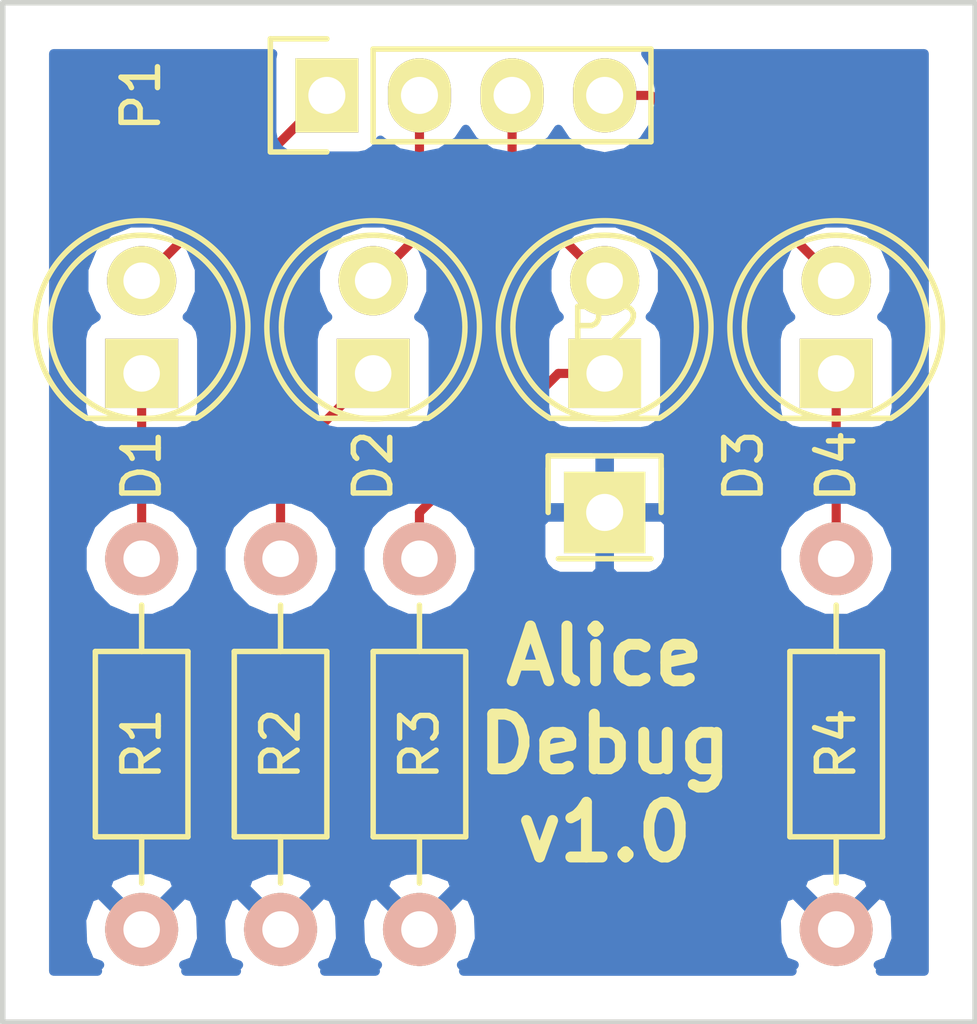
<source format=kicad_pcb>
(kicad_pcb (version 4) (host pcbnew 4.0.0-stable)

  (general
    (links 12)
    (no_connects 0)
    (area 0 0 0 0)
    (thickness 1.6)
    (drawings 5)
    (tracks 14)
    (zones 0)
    (modules 10)
    (nets 10)
  )

  (page A4)
  (layers
    (0 F.Cu signal)
    (31 B.Cu signal)
    (32 B.Adhes user)
    (33 F.Adhes user)
    (34 B.Paste user)
    (35 F.Paste user)
    (36 B.SilkS user)
    (37 F.SilkS user)
    (38 B.Mask user)
    (39 F.Mask user)
    (40 Dwgs.User user)
    (41 Cmts.User user)
    (42 Eco1.User user)
    (43 Eco2.User user)
    (44 Edge.Cuts user)
    (45 Margin user)
    (46 B.CrtYd user)
    (47 F.CrtYd user)
    (48 B.Fab user)
    (49 F.Fab user)
  )

  (setup
    (last_trace_width 0.25)
    (trace_clearance 0.2)
    (zone_clearance 0.508)
    (zone_45_only no)
    (trace_min 0.2)
    (segment_width 0.2)
    (edge_width 0.15)
    (via_size 0.6)
    (via_drill 0.4)
    (via_min_size 0.4)
    (via_min_drill 0.3)
    (uvia_size 0.3)
    (uvia_drill 0.1)
    (uvias_allowed no)
    (uvia_min_size 0.2)
    (uvia_min_drill 0.1)
    (pcb_text_width 0.3)
    (pcb_text_size 1.5 1.5)
    (mod_edge_width 0.15)
    (mod_text_size 1 1)
    (mod_text_width 0.15)
    (pad_size 1.524 1.524)
    (pad_drill 0.762)
    (pad_to_mask_clearance 0.2)
    (aux_axis_origin 0 0)
    (visible_elements FFFFFF7F)
    (pcbplotparams
      (layerselection 0x00030_80000001)
      (usegerberextensions false)
      (excludeedgelayer true)
      (linewidth 0.100000)
      (plotframeref false)
      (viasonmask false)
      (mode 1)
      (useauxorigin false)
      (hpglpennumber 1)
      (hpglpenspeed 20)
      (hpglpendiameter 15)
      (hpglpenoverlay 2)
      (psnegative false)
      (psa4output false)
      (plotreference true)
      (plotvalue true)
      (plotinvisibletext false)
      (padsonsilk false)
      (subtractmaskfromsilk false)
      (outputformat 1)
      (mirror false)
      (drillshape 1)
      (scaleselection 1)
      (outputdirectory ""))
  )

  (net 0 "")
  (net 1 "Net-(D1-Pad1)")
  (net 2 "Net-(D1-Pad2)")
  (net 3 "Net-(D2-Pad1)")
  (net 4 "Net-(D2-Pad2)")
  (net 5 "Net-(D3-Pad1)")
  (net 6 "Net-(D3-Pad2)")
  (net 7 "Net-(D4-Pad1)")
  (net 8 "Net-(D4-Pad2)")
  (net 9 GND)

  (net_class Default "This is the default net class."
    (clearance 0.2)
    (trace_width 0.25)
    (via_dia 0.6)
    (via_drill 0.4)
    (uvia_dia 0.3)
    (uvia_drill 0.1)
    (add_net GND)
    (add_net "Net-(D1-Pad1)")
    (add_net "Net-(D1-Pad2)")
    (add_net "Net-(D2-Pad1)")
    (add_net "Net-(D2-Pad2)")
    (add_net "Net-(D3-Pad1)")
    (add_net "Net-(D3-Pad2)")
    (add_net "Net-(D4-Pad1)")
    (add_net "Net-(D4-Pad2)")
  )

  (module LEDs:LED-5MM (layer F.Cu) (tedit 56849F2E) (tstamp 56833661)
    (at 138.43 97.79 90)
    (descr "LED 5mm round vertical")
    (tags "LED 5mm round vertical")
    (path /56832E3C)
    (fp_text reference D1 (at -2.54 0 90) (layer F.SilkS)
      (effects (font (size 1 1) (thickness 0.15)))
    )
    (fp_text value LED (at 1.524 -3.937 90) (layer F.Fab) hide
      (effects (font (size 1 1) (thickness 0.15)))
    )
    (fp_line (start -1.5 -1.55) (end -1.5 1.55) (layer F.CrtYd) (width 0.05))
    (fp_arc (start 1.3 0) (end -1.5 1.55) (angle -302) (layer F.CrtYd) (width 0.05))
    (fp_arc (start 1.27 0) (end -1.23 -1.5) (angle 297.5) (layer F.SilkS) (width 0.15))
    (fp_line (start -1.23 1.5) (end -1.23 -1.5) (layer F.SilkS) (width 0.15))
    (fp_circle (center 1.27 0) (end 0.97 -2.5) (layer F.SilkS) (width 0.15))
    (pad 1 thru_hole rect (at 0 0 180) (size 2 1.9) (drill 1.00076) (layers *.Cu *.Mask F.SilkS)
      (net 1 "Net-(D1-Pad1)"))
    (pad 2 thru_hole circle (at 2.54 0 90) (size 1.9 1.9) (drill 1.00076) (layers *.Cu *.Mask F.SilkS)
      (net 2 "Net-(D1-Pad2)"))
    (model LEDs.3dshapes/LED-5MM.wrl
      (at (xyz 0.05 0 0))
      (scale (xyz 1 1 1))
      (rotate (xyz 0 0 90))
    )
  )

  (module LEDs:LED-5MM (layer F.Cu) (tedit 56849F3D) (tstamp 56833667)
    (at 144.78 97.79 90)
    (descr "LED 5mm round vertical")
    (tags "LED 5mm round vertical")
    (path /56832E7F)
    (fp_text reference D2 (at -2.54 0 90) (layer F.SilkS)
      (effects (font (size 1 1) (thickness 0.15)))
    )
    (fp_text value LED (at 1.524 -3.937 90) (layer F.Fab) hide
      (effects (font (size 1 1) (thickness 0.15)))
    )
    (fp_line (start -1.5 -1.55) (end -1.5 1.55) (layer F.CrtYd) (width 0.05))
    (fp_arc (start 1.3 0) (end -1.5 1.55) (angle -302) (layer F.CrtYd) (width 0.05))
    (fp_arc (start 1.27 0) (end -1.23 -1.5) (angle 297.5) (layer F.SilkS) (width 0.15))
    (fp_line (start -1.23 1.5) (end -1.23 -1.5) (layer F.SilkS) (width 0.15))
    (fp_circle (center 1.27 0) (end 0.97 -2.5) (layer F.SilkS) (width 0.15))
    (pad 1 thru_hole rect (at 0 0 180) (size 2 1.9) (drill 1.00076) (layers *.Cu *.Mask F.SilkS)
      (net 3 "Net-(D2-Pad1)"))
    (pad 2 thru_hole circle (at 2.54 0 90) (size 1.9 1.9) (drill 1.00076) (layers *.Cu *.Mask F.SilkS)
      (net 4 "Net-(D2-Pad2)"))
    (model LEDs.3dshapes/LED-5MM.wrl
      (at (xyz 0.05 0 0))
      (scale (xyz 1 1 1))
      (rotate (xyz 0 0 90))
    )
  )

  (module LEDs:LED-5MM (layer F.Cu) (tedit 56849F42) (tstamp 5683366D)
    (at 151.13 97.79 90)
    (descr "LED 5mm round vertical")
    (tags "LED 5mm round vertical")
    (path /56832EA8)
    (fp_text reference D3 (at -2.54 3.81 90) (layer F.SilkS)
      (effects (font (size 1 1) (thickness 0.15)))
    )
    (fp_text value LED (at 1.524 -3.937 90) (layer F.Fab) hide
      (effects (font (size 1 1) (thickness 0.15)))
    )
    (fp_line (start -1.5 -1.55) (end -1.5 1.55) (layer F.CrtYd) (width 0.05))
    (fp_arc (start 1.3 0) (end -1.5 1.55) (angle -302) (layer F.CrtYd) (width 0.05))
    (fp_arc (start 1.27 0) (end -1.23 -1.5) (angle 297.5) (layer F.SilkS) (width 0.15))
    (fp_line (start -1.23 1.5) (end -1.23 -1.5) (layer F.SilkS) (width 0.15))
    (fp_circle (center 1.27 0) (end 0.97 -2.5) (layer F.SilkS) (width 0.15))
    (pad 1 thru_hole rect (at 0 0 180) (size 2 1.9) (drill 1.00076) (layers *.Cu *.Mask F.SilkS)
      (net 5 "Net-(D3-Pad1)"))
    (pad 2 thru_hole circle (at 2.54 0 90) (size 1.9 1.9) (drill 1.00076) (layers *.Cu *.Mask F.SilkS)
      (net 6 "Net-(D3-Pad2)"))
    (model LEDs.3dshapes/LED-5MM.wrl
      (at (xyz 0.05 0 0))
      (scale (xyz 1 1 1))
      (rotate (xyz 0 0 90))
    )
  )

  (module LEDs:LED-5MM (layer F.Cu) (tedit 56849F62) (tstamp 56833673)
    (at 157.48 97.79 90)
    (descr "LED 5mm round vertical")
    (tags "LED 5mm round vertical")
    (path /56832ED1)
    (fp_text reference D4 (at -2.54 0 90) (layer F.SilkS)
      (effects (font (size 1 1) (thickness 0.15)))
    )
    (fp_text value LED (at 1.524 -3.937 90) (layer F.Fab) hide
      (effects (font (size 1 1) (thickness 0.15)))
    )
    (fp_line (start -1.5 -1.55) (end -1.5 1.55) (layer F.CrtYd) (width 0.05))
    (fp_arc (start 1.3 0) (end -1.5 1.55) (angle -302) (layer F.CrtYd) (width 0.05))
    (fp_arc (start 1.27 0) (end -1.23 -1.5) (angle 297.5) (layer F.SilkS) (width 0.15))
    (fp_line (start -1.23 1.5) (end -1.23 -1.5) (layer F.SilkS) (width 0.15))
    (fp_circle (center 1.27 0) (end 0.97 -2.5) (layer F.SilkS) (width 0.15))
    (pad 1 thru_hole rect (at 0 0 180) (size 2 1.9) (drill 1.00076) (layers *.Cu *.Mask F.SilkS)
      (net 7 "Net-(D4-Pad1)"))
    (pad 2 thru_hole circle (at 2.54 0 90) (size 1.9 1.9) (drill 1.00076) (layers *.Cu *.Mask F.SilkS)
      (net 8 "Net-(D4-Pad2)"))
    (model LEDs.3dshapes/LED-5MM.wrl
      (at (xyz 0.05 0 0))
      (scale (xyz 1 1 1))
      (rotate (xyz 0 0 90))
    )
  )

  (module Pin_Headers:Pin_Header_Straight_1x04 (layer F.Cu) (tedit 56849F32) (tstamp 5683367B)
    (at 143.51 90.17 90)
    (descr "Through hole pin header")
    (tags "pin header")
    (path /56832F7A)
    (fp_text reference P1 (at 0 -5.1 90) (layer F.SilkS)
      (effects (font (size 1 1) (thickness 0.15)))
    )
    (fp_text value CONN_01X04 (at 0 -3.1 90) (layer F.Fab) hide
      (effects (font (size 1 1) (thickness 0.15)))
    )
    (fp_line (start -1.75 -1.75) (end -1.75 9.4) (layer F.CrtYd) (width 0.05))
    (fp_line (start 1.75 -1.75) (end 1.75 9.4) (layer F.CrtYd) (width 0.05))
    (fp_line (start -1.75 -1.75) (end 1.75 -1.75) (layer F.CrtYd) (width 0.05))
    (fp_line (start -1.75 9.4) (end 1.75 9.4) (layer F.CrtYd) (width 0.05))
    (fp_line (start -1.27 1.27) (end -1.27 8.89) (layer F.SilkS) (width 0.15))
    (fp_line (start 1.27 1.27) (end 1.27 8.89) (layer F.SilkS) (width 0.15))
    (fp_line (start 1.55 -1.55) (end 1.55 0) (layer F.SilkS) (width 0.15))
    (fp_line (start -1.27 8.89) (end 1.27 8.89) (layer F.SilkS) (width 0.15))
    (fp_line (start 1.27 1.27) (end -1.27 1.27) (layer F.SilkS) (width 0.15))
    (fp_line (start -1.55 0) (end -1.55 -1.55) (layer F.SilkS) (width 0.15))
    (fp_line (start -1.55 -1.55) (end 1.55 -1.55) (layer F.SilkS) (width 0.15))
    (pad 1 thru_hole rect (at 0 0 90) (size 2.032 1.7272) (drill 1.016) (layers *.Cu *.Mask F.SilkS)
      (net 2 "Net-(D1-Pad2)"))
    (pad 2 thru_hole oval (at 0 2.54 90) (size 2.032 1.7272) (drill 1.016) (layers *.Cu *.Mask F.SilkS)
      (net 4 "Net-(D2-Pad2)"))
    (pad 3 thru_hole oval (at 0 5.08 90) (size 2.032 1.7272) (drill 1.016) (layers *.Cu *.Mask F.SilkS)
      (net 6 "Net-(D3-Pad2)"))
    (pad 4 thru_hole oval (at 0 7.62 90) (size 2.032 1.7272) (drill 1.016) (layers *.Cu *.Mask F.SilkS)
      (net 8 "Net-(D4-Pad2)"))
    (model Pin_Headers.3dshapes/Pin_Header_Straight_1x04.wrl
      (at (xyz 0 -0.15 0))
      (scale (xyz 1 1 1))
      (rotate (xyz 0 0 90))
    )
  )

  (module Pin_Headers:Pin_Header_Straight_1x01 (layer F.Cu) (tedit 56849F38) (tstamp 56833680)
    (at 151.13 101.6)
    (descr "Through hole pin header")
    (tags "pin header")
    (path /5683305D)
    (fp_text reference P2 (at 0 -5.1) (layer F.SilkS)
      (effects (font (size 1 1) (thickness 0.15)))
    )
    (fp_text value CONN_01X01 (at 0 -3.1) (layer F.Fab) hide
      (effects (font (size 1 1) (thickness 0.15)))
    )
    (fp_line (start 1.55 -1.55) (end 1.55 0) (layer F.SilkS) (width 0.15))
    (fp_line (start -1.75 -1.75) (end -1.75 1.75) (layer F.CrtYd) (width 0.05))
    (fp_line (start 1.75 -1.75) (end 1.75 1.75) (layer F.CrtYd) (width 0.05))
    (fp_line (start -1.75 -1.75) (end 1.75 -1.75) (layer F.CrtYd) (width 0.05))
    (fp_line (start -1.75 1.75) (end 1.75 1.75) (layer F.CrtYd) (width 0.05))
    (fp_line (start -1.55 0) (end -1.55 -1.55) (layer F.SilkS) (width 0.15))
    (fp_line (start -1.55 -1.55) (end 1.55 -1.55) (layer F.SilkS) (width 0.15))
    (fp_line (start -1.27 1.27) (end 1.27 1.27) (layer F.SilkS) (width 0.15))
    (pad 1 thru_hole rect (at 0 0) (size 2.2352 2.2352) (drill 1.016) (layers *.Cu *.Mask F.SilkS)
      (net 9 GND))
    (model Pin_Headers.3dshapes/Pin_Header_Straight_1x01.wrl
      (at (xyz 0 0 0))
      (scale (xyz 1 1 1))
      (rotate (xyz 0 0 90))
    )
  )

  (module Resistors_ThroughHole:Resistor_Horizontal_RM10mm (layer F.Cu) (tedit 56849F75) (tstamp 56833686)
    (at 138.43 107.95 270)
    (descr "Resistor, Axial,  RM 10mm, 1/3W,")
    (tags "Resistor, Axial, RM 10mm, 1/3W,")
    (path /56832BD7)
    (fp_text reference R1 (at 0 0 270) (layer F.SilkS)
      (effects (font (size 1 1) (thickness 0.15)))
    )
    (fp_text value 220 (at 3.81 3.81 270) (layer F.Fab) hide
      (effects (font (size 1 1) (thickness 0.15)))
    )
    (fp_line (start -2.54 -1.27) (end 2.54 -1.27) (layer F.SilkS) (width 0.15))
    (fp_line (start 2.54 -1.27) (end 2.54 1.27) (layer F.SilkS) (width 0.15))
    (fp_line (start 2.54 1.27) (end -2.54 1.27) (layer F.SilkS) (width 0.15))
    (fp_line (start -2.54 1.27) (end -2.54 -1.27) (layer F.SilkS) (width 0.15))
    (fp_line (start -2.54 0) (end -3.81 0) (layer F.SilkS) (width 0.15))
    (fp_line (start 2.54 0) (end 3.81 0) (layer F.SilkS) (width 0.15))
    (pad 1 thru_hole circle (at -5.08 0 270) (size 1.99898 1.99898) (drill 1.00076) (layers *.Cu *.SilkS *.Mask)
      (net 1 "Net-(D1-Pad1)"))
    (pad 2 thru_hole circle (at 5.08 0 270) (size 1.99898 1.99898) (drill 1.00076) (layers *.Cu *.SilkS *.Mask)
      (net 9 GND))
    (model Resistors_ThroughHole.3dshapes/Resistor_Horizontal_RM10mm.wrl
      (at (xyz 0 0 0))
      (scale (xyz 0.4 0.4 0.4))
      (rotate (xyz 0 0 0))
    )
  )

  (module Resistors_ThroughHole:Resistor_Horizontal_RM10mm (layer F.Cu) (tedit 56849F71) (tstamp 5683368C)
    (at 142.24 107.95 270)
    (descr "Resistor, Axial,  RM 10mm, 1/3W,")
    (tags "Resistor, Axial, RM 10mm, 1/3W,")
    (path /56832DAF)
    (fp_text reference R2 (at 0 0 270) (layer F.SilkS)
      (effects (font (size 1 1) (thickness 0.15)))
    )
    (fp_text value 220 (at 3.81 3.81 270) (layer F.Fab) hide
      (effects (font (size 1 1) (thickness 0.15)))
    )
    (fp_line (start -2.54 -1.27) (end 2.54 -1.27) (layer F.SilkS) (width 0.15))
    (fp_line (start 2.54 -1.27) (end 2.54 1.27) (layer F.SilkS) (width 0.15))
    (fp_line (start 2.54 1.27) (end -2.54 1.27) (layer F.SilkS) (width 0.15))
    (fp_line (start -2.54 1.27) (end -2.54 -1.27) (layer F.SilkS) (width 0.15))
    (fp_line (start -2.54 0) (end -3.81 0) (layer F.SilkS) (width 0.15))
    (fp_line (start 2.54 0) (end 3.81 0) (layer F.SilkS) (width 0.15))
    (pad 1 thru_hole circle (at -5.08 0 270) (size 1.99898 1.99898) (drill 1.00076) (layers *.Cu *.SilkS *.Mask)
      (net 3 "Net-(D2-Pad1)"))
    (pad 2 thru_hole circle (at 5.08 0 270) (size 1.99898 1.99898) (drill 1.00076) (layers *.Cu *.SilkS *.Mask)
      (net 9 GND))
    (model Resistors_ThroughHole.3dshapes/Resistor_Horizontal_RM10mm.wrl
      (at (xyz 0 0 0))
      (scale (xyz 0.4 0.4 0.4))
      (rotate (xyz 0 0 0))
    )
  )

  (module Resistors_ThroughHole:Resistor_Horizontal_RM10mm (layer F.Cu) (tedit 56849F6D) (tstamp 56833692)
    (at 146.05 107.95 270)
    (descr "Resistor, Axial,  RM 10mm, 1/3W,")
    (tags "Resistor, Axial, RM 10mm, 1/3W,")
    (path /56832DC7)
    (fp_text reference R3 (at 0 0 270) (layer F.SilkS)
      (effects (font (size 1 1) (thickness 0.15)))
    )
    (fp_text value 220 (at 3.81 3.81 270) (layer F.Fab) hide
      (effects (font (size 1 1) (thickness 0.15)))
    )
    (fp_line (start -2.54 -1.27) (end 2.54 -1.27) (layer F.SilkS) (width 0.15))
    (fp_line (start 2.54 -1.27) (end 2.54 1.27) (layer F.SilkS) (width 0.15))
    (fp_line (start 2.54 1.27) (end -2.54 1.27) (layer F.SilkS) (width 0.15))
    (fp_line (start -2.54 1.27) (end -2.54 -1.27) (layer F.SilkS) (width 0.15))
    (fp_line (start -2.54 0) (end -3.81 0) (layer F.SilkS) (width 0.15))
    (fp_line (start 2.54 0) (end 3.81 0) (layer F.SilkS) (width 0.15))
    (pad 1 thru_hole circle (at -5.08 0 270) (size 1.99898 1.99898) (drill 1.00076) (layers *.Cu *.SilkS *.Mask)
      (net 5 "Net-(D3-Pad1)"))
    (pad 2 thru_hole circle (at 5.08 0 270) (size 1.99898 1.99898) (drill 1.00076) (layers *.Cu *.SilkS *.Mask)
      (net 9 GND))
    (model Resistors_ThroughHole.3dshapes/Resistor_Horizontal_RM10mm.wrl
      (at (xyz 0 0 0))
      (scale (xyz 0.4 0.4 0.4))
      (rotate (xyz 0 0 0))
    )
  )

  (module Resistors_ThroughHole:Resistor_Horizontal_RM10mm (layer F.Cu) (tedit 56849F69) (tstamp 56833698)
    (at 157.48 107.95 270)
    (descr "Resistor, Axial,  RM 10mm, 1/3W,")
    (tags "Resistor, Axial, RM 10mm, 1/3W,")
    (path /56832DE4)
    (fp_text reference R4 (at 0 0 270) (layer F.SilkS)
      (effects (font (size 1 1) (thickness 0.15)))
    )
    (fp_text value 220 (at 3.81 3.81 270) (layer F.Fab) hide
      (effects (font (size 1 1) (thickness 0.15)))
    )
    (fp_line (start -2.54 -1.27) (end 2.54 -1.27) (layer F.SilkS) (width 0.15))
    (fp_line (start 2.54 -1.27) (end 2.54 1.27) (layer F.SilkS) (width 0.15))
    (fp_line (start 2.54 1.27) (end -2.54 1.27) (layer F.SilkS) (width 0.15))
    (fp_line (start -2.54 1.27) (end -2.54 -1.27) (layer F.SilkS) (width 0.15))
    (fp_line (start -2.54 0) (end -3.81 0) (layer F.SilkS) (width 0.15))
    (fp_line (start 2.54 0) (end 3.81 0) (layer F.SilkS) (width 0.15))
    (pad 1 thru_hole circle (at -5.08 0 270) (size 1.99898 1.99898) (drill 1.00076) (layers *.Cu *.SilkS *.Mask)
      (net 7 "Net-(D4-Pad1)"))
    (pad 2 thru_hole circle (at 5.08 0 270) (size 1.99898 1.99898) (drill 1.00076) (layers *.Cu *.SilkS *.Mask)
      (net 9 GND))
    (model Resistors_ThroughHole.3dshapes/Resistor_Horizontal_RM10mm.wrl
      (at (xyz 0 0 0))
      (scale (xyz 0.4 0.4 0.4))
      (rotate (xyz 0 0 0))
    )
  )

  (gr_text "Alice\nDebug\nv1.0" (at 151.13 107.95) (layer F.SilkS)
    (effects (font (size 1.5 1.5) (thickness 0.3)))
  )
  (gr_line (start 134.62 115.57) (end 134.62 87.63) (angle 90) (layer Edge.Cuts) (width 0.15))
  (gr_line (start 161.29 115.57) (end 134.62 115.57) (angle 90) (layer Edge.Cuts) (width 0.15))
  (gr_line (start 161.29 87.63) (end 161.29 115.57) (angle 90) (layer Edge.Cuts) (width 0.15))
  (gr_line (start 134.62 87.63) (end 161.29 87.63) (angle 90) (layer Edge.Cuts) (width 0.15))

  (segment (start 138.43 102.87) (end 138.43 97.79) (width 0.25) (layer F.Cu) (net 1))
  (segment (start 143.51 90.17) (end 138.43 95.25) (width 0.25) (layer F.Cu) (net 2))
  (segment (start 142.24 102.87) (end 142.24 100.33) (width 0.25) (layer F.Cu) (net 3))
  (segment (start 142.24 100.33) (end 144.78 97.79) (width 0.25) (layer F.Cu) (net 3) (tstamp 56849A29))
  (segment (start 146.05 90.17) (end 146.05 93.98) (width 0.25) (layer F.Cu) (net 4))
  (segment (start 146.05 93.98) (end 144.78 95.25) (width 0.25) (layer F.Cu) (net 4) (tstamp 56849A55))
  (segment (start 146.05 102.87) (end 146.05 101.6) (width 0.25) (layer F.Cu) (net 5))
  (segment (start 149.86 97.79) (end 151.13 97.79) (width 0.25) (layer F.Cu) (net 5) (tstamp 56849A42))
  (segment (start 146.05 101.6) (end 149.86 97.79) (width 0.25) (layer F.Cu) (net 5) (tstamp 56849A3D))
  (segment (start 148.59 90.17) (end 148.59 92.71) (width 0.25) (layer F.Cu) (net 6))
  (segment (start 148.59 92.71) (end 151.13 95.25) (width 0.25) (layer F.Cu) (net 6) (tstamp 56849A52))
  (segment (start 157.48 102.87) (end 157.48 97.79) (width 0.25) (layer F.Cu) (net 7))
  (segment (start 151.13 90.17) (end 152.4 90.17) (width 0.25) (layer F.Cu) (net 8))
  (segment (start 152.4 90.17) (end 157.48 95.25) (width 0.25) (layer F.Cu) (net 8) (tstamp 56849A4B))

  (zone (net 9) (net_name GND) (layer B.Cu) (tstamp 56849C80) (hatch edge 0.508)
    (connect_pads (clearance 0.508))
    (min_thickness 0.254)
    (fill yes (arc_segments 16) (thermal_gap 0.508) (thermal_bridge_width 0.508))
    (polygon
      (pts
        (xy 160.02 114.3) (xy 135.89 114.3) (xy 135.89 88.9) (xy 160.02 88.9) (xy 160.02 114.3)
      )
    )
    (filled_polygon
      (pts
        (xy 141.99896 89.154) (xy 141.99896 91.186) (xy 142.043238 91.421317) (xy 142.18231 91.637441) (xy 142.39451 91.782431)
        (xy 142.6464 91.83344) (xy 144.3736 91.83344) (xy 144.608917 91.789162) (xy 144.825041 91.65009) (xy 144.970031 91.43789)
        (xy 144.9784 91.396561) (xy 144.99033 91.414415) (xy 145.476511 91.739271) (xy 146.05 91.853345) (xy 146.623489 91.739271)
        (xy 147.10967 91.414415) (xy 147.32 91.099634) (xy 147.53033 91.414415) (xy 148.016511 91.739271) (xy 148.59 91.853345)
        (xy 149.163489 91.739271) (xy 149.64967 91.414415) (xy 149.86 91.099634) (xy 150.07033 91.414415) (xy 150.556511 91.739271)
        (xy 151.13 91.853345) (xy 151.703489 91.739271) (xy 152.18967 91.414415) (xy 152.514526 90.928234) (xy 152.6286 90.354745)
        (xy 152.6286 89.985255) (xy 152.514526 89.411766) (xy 152.257433 89.027) (xy 159.893 89.027) (xy 159.893 114.173)
        (xy 158.690284 114.173) (xy 158.746446 114.116838) (xy 158.632164 114.002556) (xy 158.898965 113.903958) (xy 159.125401 113.294418)
        (xy 159.101341 112.644623) (xy 158.898965 112.156042) (xy 158.632163 112.057443) (xy 157.659605 113.03) (xy 157.673748 113.044142)
        (xy 157.494142 113.223748) (xy 157.48 113.209605) (xy 157.465858 113.223748) (xy 157.286252 113.044142) (xy 157.300395 113.03)
        (xy 156.327837 112.057443) (xy 156.061035 112.156042) (xy 155.834599 112.765582) (xy 155.858659 113.415377) (xy 156.061035 113.903958)
        (xy 156.327836 114.002556) (xy 156.213554 114.116838) (xy 156.269716 114.173) (xy 147.260284 114.173) (xy 147.316446 114.116838)
        (xy 147.202164 114.002556) (xy 147.468965 113.903958) (xy 147.695401 113.294418) (xy 147.671341 112.644623) (xy 147.468965 112.156042)
        (xy 147.202163 112.057443) (xy 146.229605 113.03) (xy 146.243748 113.044142) (xy 146.064142 113.223748) (xy 146.05 113.209605)
        (xy 146.035858 113.223748) (xy 145.856252 113.044142) (xy 145.870395 113.03) (xy 144.897837 112.057443) (xy 144.631035 112.156042)
        (xy 144.404599 112.765582) (xy 144.428659 113.415377) (xy 144.631035 113.903958) (xy 144.897836 114.002556) (xy 144.783554 114.116838)
        (xy 144.839716 114.173) (xy 143.450284 114.173) (xy 143.506446 114.116838) (xy 143.392164 114.002556) (xy 143.658965 113.903958)
        (xy 143.885401 113.294418) (xy 143.861341 112.644623) (xy 143.658965 112.156042) (xy 143.392163 112.057443) (xy 142.419605 113.03)
        (xy 142.433748 113.044142) (xy 142.254142 113.223748) (xy 142.24 113.209605) (xy 142.225858 113.223748) (xy 142.046252 113.044142)
        (xy 142.060395 113.03) (xy 141.087837 112.057443) (xy 140.821035 112.156042) (xy 140.594599 112.765582) (xy 140.618659 113.415377)
        (xy 140.821035 113.903958) (xy 141.087836 114.002556) (xy 140.973554 114.116838) (xy 141.029716 114.173) (xy 139.640284 114.173)
        (xy 139.696446 114.116838) (xy 139.582164 114.002556) (xy 139.848965 113.903958) (xy 140.075401 113.294418) (xy 140.051341 112.644623)
        (xy 139.848965 112.156042) (xy 139.582163 112.057443) (xy 138.609605 113.03) (xy 138.623748 113.044142) (xy 138.444142 113.223748)
        (xy 138.43 113.209605) (xy 138.415858 113.223748) (xy 138.236252 113.044142) (xy 138.250395 113.03) (xy 137.277837 112.057443)
        (xy 137.011035 112.156042) (xy 136.784599 112.765582) (xy 136.808659 113.415377) (xy 137.011035 113.903958) (xy 137.277836 114.002556)
        (xy 137.163554 114.116838) (xy 137.219716 114.173) (xy 136.017 114.173) (xy 136.017 111.877837) (xy 137.457443 111.877837)
        (xy 138.43 112.850395) (xy 139.402557 111.877837) (xy 141.267443 111.877837) (xy 142.24 112.850395) (xy 143.212557 111.877837)
        (xy 145.077443 111.877837) (xy 146.05 112.850395) (xy 147.022557 111.877837) (xy 156.507443 111.877837) (xy 157.48 112.850395)
        (xy 158.452557 111.877837) (xy 158.353958 111.611035) (xy 157.744418 111.384599) (xy 157.094623 111.408659) (xy 156.606042 111.611035)
        (xy 156.507443 111.877837) (xy 147.022557 111.877837) (xy 146.923958 111.611035) (xy 146.314418 111.384599) (xy 145.664623 111.408659)
        (xy 145.176042 111.611035) (xy 145.077443 111.877837) (xy 143.212557 111.877837) (xy 143.113958 111.611035) (xy 142.504418 111.384599)
        (xy 141.854623 111.408659) (xy 141.366042 111.611035) (xy 141.267443 111.877837) (xy 139.402557 111.877837) (xy 139.303958 111.611035)
        (xy 138.694418 111.384599) (xy 138.044623 111.408659) (xy 137.556042 111.611035) (xy 137.457443 111.877837) (xy 136.017 111.877837)
        (xy 136.017 103.193694) (xy 136.795226 103.193694) (xy 137.043538 103.794655) (xy 137.502927 104.254846) (xy 138.103453 104.504206)
        (xy 138.753694 104.504774) (xy 139.354655 104.256462) (xy 139.814846 103.797073) (xy 140.064206 103.196547) (xy 140.064208 103.193694)
        (xy 140.605226 103.193694) (xy 140.853538 103.794655) (xy 141.312927 104.254846) (xy 141.913453 104.504206) (xy 142.563694 104.504774)
        (xy 143.164655 104.256462) (xy 143.624846 103.797073) (xy 143.874206 103.196547) (xy 143.874208 103.193694) (xy 144.415226 103.193694)
        (xy 144.663538 103.794655) (xy 145.122927 104.254846) (xy 145.723453 104.504206) (xy 146.373694 104.504774) (xy 146.974655 104.256462)
        (xy 147.434846 103.797073) (xy 147.684206 103.196547) (xy 147.684774 102.546306) (xy 147.436462 101.945345) (xy 147.376971 101.88575)
        (xy 149.3774 101.88575) (xy 149.3774 102.84391) (xy 149.474073 103.077299) (xy 149.652702 103.255927) (xy 149.886091 103.3526)
        (xy 150.84425 103.3526) (xy 151.003 103.19385) (xy 151.003 101.727) (xy 151.257 101.727) (xy 151.257 103.19385)
        (xy 151.41575 103.3526) (xy 152.373909 103.3526) (xy 152.607298 103.255927) (xy 152.669531 103.193694) (xy 155.845226 103.193694)
        (xy 156.093538 103.794655) (xy 156.552927 104.254846) (xy 157.153453 104.504206) (xy 157.803694 104.504774) (xy 158.404655 104.256462)
        (xy 158.864846 103.797073) (xy 159.114206 103.196547) (xy 159.114774 102.546306) (xy 158.866462 101.945345) (xy 158.407073 101.485154)
        (xy 157.806547 101.235794) (xy 157.156306 101.235226) (xy 156.555345 101.483538) (xy 156.095154 101.942927) (xy 155.845794 102.543453)
        (xy 155.845226 103.193694) (xy 152.669531 103.193694) (xy 152.785927 103.077299) (xy 152.8826 102.84391) (xy 152.8826 101.88575)
        (xy 152.72385 101.727) (xy 151.257 101.727) (xy 151.003 101.727) (xy 149.53615 101.727) (xy 149.3774 101.88575)
        (xy 147.376971 101.88575) (xy 146.977073 101.485154) (xy 146.376547 101.235794) (xy 145.726306 101.235226) (xy 145.125345 101.483538)
        (xy 144.665154 101.942927) (xy 144.415794 102.543453) (xy 144.415226 103.193694) (xy 143.874208 103.193694) (xy 143.874774 102.546306)
        (xy 143.626462 101.945345) (xy 143.167073 101.485154) (xy 142.566547 101.235794) (xy 141.916306 101.235226) (xy 141.315345 101.483538)
        (xy 140.855154 101.942927) (xy 140.605794 102.543453) (xy 140.605226 103.193694) (xy 140.064208 103.193694) (xy 140.064774 102.546306)
        (xy 139.816462 101.945345) (xy 139.357073 101.485154) (xy 138.756547 101.235794) (xy 138.106306 101.235226) (xy 137.505345 101.483538)
        (xy 137.045154 101.942927) (xy 136.795794 102.543453) (xy 136.795226 103.193694) (xy 136.017 103.193694) (xy 136.017 100.35609)
        (xy 149.3774 100.35609) (xy 149.3774 101.31425) (xy 149.53615 101.473) (xy 151.003 101.473) (xy 151.003 100.00615)
        (xy 151.257 100.00615) (xy 151.257 101.473) (xy 152.72385 101.473) (xy 152.8826 101.31425) (xy 152.8826 100.35609)
        (xy 152.785927 100.122701) (xy 152.607298 99.944073) (xy 152.373909 99.8474) (xy 151.41575 99.8474) (xy 151.257 100.00615)
        (xy 151.003 100.00615) (xy 150.84425 99.8474) (xy 149.886091 99.8474) (xy 149.652702 99.944073) (xy 149.474073 100.122701)
        (xy 149.3774 100.35609) (xy 136.017 100.35609) (xy 136.017 96.84) (xy 136.78256 96.84) (xy 136.78256 98.74)
        (xy 136.826838 98.975317) (xy 136.96591 99.191441) (xy 137.17811 99.336431) (xy 137.43 99.38744) (xy 139.43 99.38744)
        (xy 139.665317 99.343162) (xy 139.881441 99.20409) (xy 140.026431 98.99189) (xy 140.07744 98.74) (xy 140.07744 96.84)
        (xy 143.13256 96.84) (xy 143.13256 98.74) (xy 143.176838 98.975317) (xy 143.31591 99.191441) (xy 143.52811 99.336431)
        (xy 143.78 99.38744) (xy 145.78 99.38744) (xy 146.015317 99.343162) (xy 146.231441 99.20409) (xy 146.376431 98.99189)
        (xy 146.42744 98.74) (xy 146.42744 96.84) (xy 149.48256 96.84) (xy 149.48256 98.74) (xy 149.526838 98.975317)
        (xy 149.66591 99.191441) (xy 149.87811 99.336431) (xy 150.13 99.38744) (xy 152.13 99.38744) (xy 152.365317 99.343162)
        (xy 152.581441 99.20409) (xy 152.726431 98.99189) (xy 152.77744 98.74) (xy 152.77744 96.84) (xy 155.83256 96.84)
        (xy 155.83256 98.74) (xy 155.876838 98.975317) (xy 156.01591 99.191441) (xy 156.22811 99.336431) (xy 156.48 99.38744)
        (xy 158.48 99.38744) (xy 158.715317 99.343162) (xy 158.931441 99.20409) (xy 159.076431 98.99189) (xy 159.12744 98.74)
        (xy 159.12744 96.84) (xy 159.083162 96.604683) (xy 158.94409 96.388559) (xy 158.73189 96.243569) (xy 158.728808 96.242945)
        (xy 158.822914 96.149003) (xy 159.064724 95.566659) (xy 159.065275 94.936107) (xy 158.824481 94.353343) (xy 158.379003 93.907086)
        (xy 157.796659 93.665276) (xy 157.166107 93.664725) (xy 156.583343 93.905519) (xy 156.137086 94.350997) (xy 155.895276 94.933341)
        (xy 155.894725 95.563893) (xy 156.135519 96.146657) (xy 156.233029 96.244337) (xy 156.028559 96.37591) (xy 155.883569 96.58811)
        (xy 155.83256 96.84) (xy 152.77744 96.84) (xy 152.733162 96.604683) (xy 152.59409 96.388559) (xy 152.38189 96.243569)
        (xy 152.378808 96.242945) (xy 152.472914 96.149003) (xy 152.714724 95.566659) (xy 152.715275 94.936107) (xy 152.474481 94.353343)
        (xy 152.029003 93.907086) (xy 151.446659 93.665276) (xy 150.816107 93.664725) (xy 150.233343 93.905519) (xy 149.787086 94.350997)
        (xy 149.545276 94.933341) (xy 149.544725 95.563893) (xy 149.785519 96.146657) (xy 149.883029 96.244337) (xy 149.678559 96.37591)
        (xy 149.533569 96.58811) (xy 149.48256 96.84) (xy 146.42744 96.84) (xy 146.383162 96.604683) (xy 146.24409 96.388559)
        (xy 146.03189 96.243569) (xy 146.028808 96.242945) (xy 146.122914 96.149003) (xy 146.364724 95.566659) (xy 146.365275 94.936107)
        (xy 146.124481 94.353343) (xy 145.679003 93.907086) (xy 145.096659 93.665276) (xy 144.466107 93.664725) (xy 143.883343 93.905519)
        (xy 143.437086 94.350997) (xy 143.195276 94.933341) (xy 143.194725 95.563893) (xy 143.435519 96.146657) (xy 143.533029 96.244337)
        (xy 143.328559 96.37591) (xy 143.183569 96.58811) (xy 143.13256 96.84) (xy 140.07744 96.84) (xy 140.033162 96.604683)
        (xy 139.89409 96.388559) (xy 139.68189 96.243569) (xy 139.678808 96.242945) (xy 139.772914 96.149003) (xy 140.014724 95.566659)
        (xy 140.015275 94.936107) (xy 139.774481 94.353343) (xy 139.329003 93.907086) (xy 138.746659 93.665276) (xy 138.116107 93.664725)
        (xy 137.533343 93.905519) (xy 137.087086 94.350997) (xy 136.845276 94.933341) (xy 136.844725 95.563893) (xy 137.085519 96.146657)
        (xy 137.183029 96.244337) (xy 136.978559 96.37591) (xy 136.833569 96.58811) (xy 136.78256 96.84) (xy 136.017 96.84)
        (xy 136.017 89.027) (xy 142.024678 89.027)
      )
    )
  )
)

</source>
